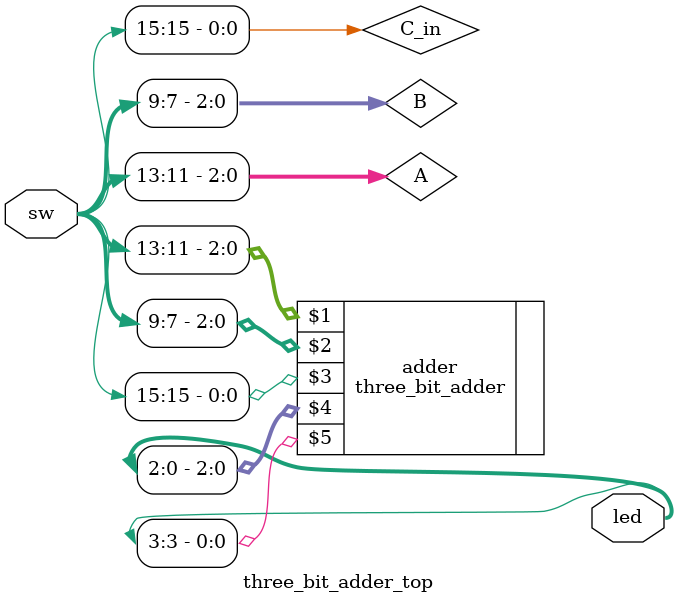
<source format=v>
`timescale 1ns / 1ps

module three_bit_adder_top(sw,led);
input wire [15:0] sw;
output wire [3:0] led;
wire [2:0] A,B;
wire C_in;
assign A[0] = sw[11];
assign A[1] = sw[12];
assign A[2] = sw[13];
assign B[0] = sw[7];
assign B[1] = sw[8];
assign B[2] = sw[9];
assign C_in = sw[15];
three_bit_adder adder(A,B,C_in,led[2:0],led[3]);
endmodule

</source>
